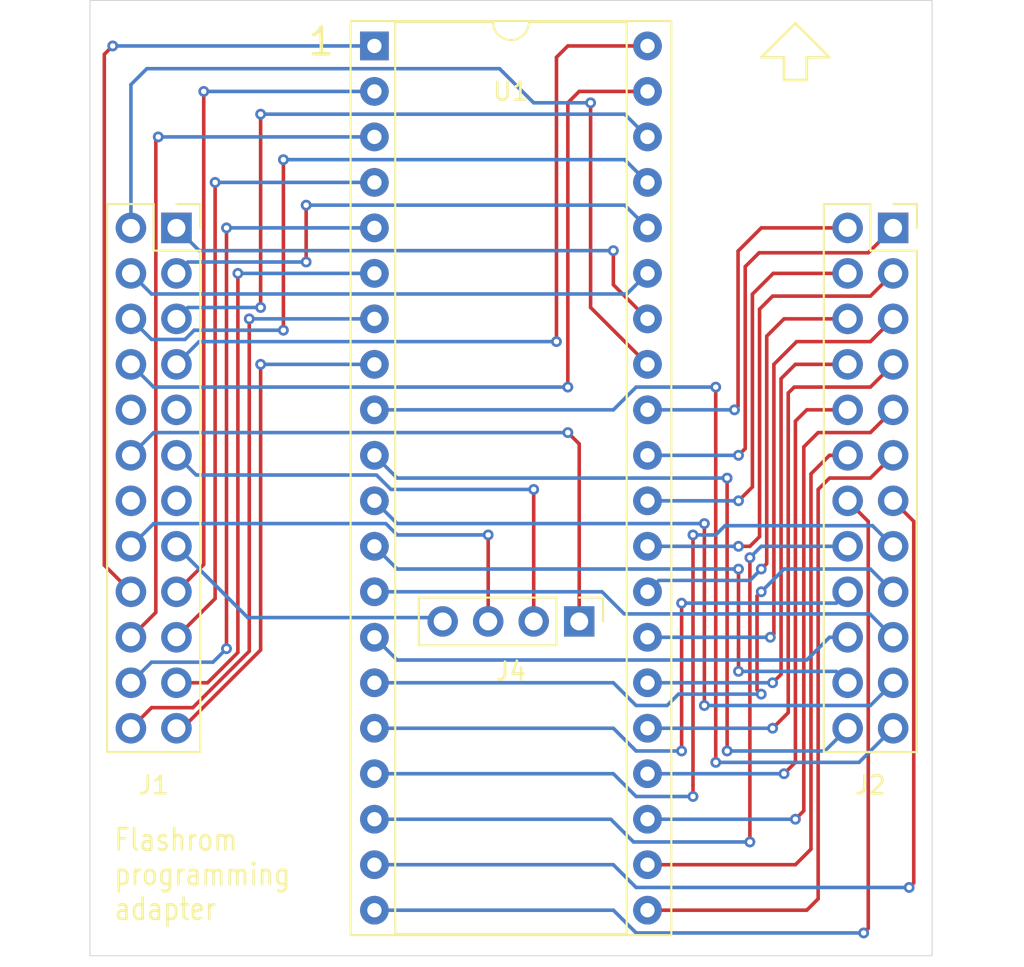
<source format=kicad_pcb>
(kicad_pcb (version 20221018) (generator pcbnew)
  (layers (0 "F.Cu" signal) (31 "B.Cu" signal) (34 "B.Paste" user) (35 "F.Paste" user) (36 "B.SilkS" user "B.Silkscreen") (37 "F.SilkS" user "F.Silkscreen") (38 "B.Mask" user) (39 "F.Mask" user) (44 "Edge.Cuts" user))
  (net 0 "")
  (net 1 "/L1")
  (net 2 "/L2")
  (net 3 "/L3")
  (net 4 "/L4")
  (net 5 "/L5")
  (net 6 "/L6")
  (net 7 "/L7")
  (net 8 "/L8")
  (net 9 "/L9")
  (net 10 "/L10")
  (net 11 "/L11")
  (net 12 "/L12")
  (net 13 "/L13")
  (net 14 "/L14")
  (net 15 "/A18")
  (net 16 "/L16")
  (net 17 "/L17")
  (net 18 "/L18")
  (net 19 "/L19")
  (net 20 "/L20")
  (net 21 "/L21")
  (net 22 "/L22")
  (net 23 "/L23")
  (net 24 "/L24")
  (net 25 "/R1")
  (net 26 "/R2")
  (net 27 "/R3")
  (net 28 "/R4")
  (net 29 "/R5")
  (net 30 "/R6")
  (net 31 "/R7")
  (net 32 "/R8")
  (net 33 "/R9")
  (net 34 "/R10")
  (net 35 "/R11")
  (net 36 "/R12")
  (net 37 "/R13")
  (net 38 "/R14")
  (net 39 "/R15")
  (net 40 "/R16")
  (net 41 "/R17")
  (net 42 "/R18")
  (net 43 "/R19")
  (net 44 "/R20")
  (net 45 "/R21")
  (net 46 "/R22")
  (net 47 "/R23")
  (net 48 "/R24")
  (footprint "Package_DIP:DIP-40_W15.24mm_Socket" (layer "F.Cu") (at 79.375 66.04)
    (fp_text reference "U1" (at 7.62 2.54 unlocked) (layer "F.SilkS"))
    (fp_text value "Kickstart_Socket_A4000")
    (fp_line (start -1.33 -1.39) (end -1.33 49.65) (stroke (width 0.12)) (layer "F.SilkS"))
    (fp_line (start -1.33 49.65) (end 16.57 49.65) (stroke (width 0.12)) (layer "F.SilkS"))
    (fp_line (start 1.16 -1.33) (end 1.16 49.59) (stroke (width 0.12)) (layer "F.SilkS"))
    (fp_line (start 1.16 49.59) (end 14.08 49.59) (stroke (width 0.12)) (layer "F.SilkS"))
    (fp_line (start 6.62 -1.33) (end 1.16 -1.33) (stroke (width 0.12)) (layer "F.SilkS"))
    (fp_line (start 14.08 -1.33) (end 8.62 -1.33) (stroke (width 0.12)) (layer "F.SilkS"))
    (fp_line (start 14.08 49.59) (end 14.08 -1.33) (stroke (width 0.12)) (layer "F.SilkS"))
    (fp_line (start 16.57 -1.39) (end -1.33 -1.39) (stroke (width 0.12)) (layer "F.SilkS"))
    (fp_line (start 16.57 49.65) (end 16.57 -1.39) (stroke (width 0.12)) (layer "F.SilkS"))
    (fp_arc (start 8.62 -1.33) (mid 7.62 -0.33) (end 6.62 -1.33) (stroke (width 0.12)) (layer "F.SilkS"))
    (pad "1" thru_hole rect (at 0 0) (size 1.6 1.6) (drill 0.8) (layers "*.Cu" "*.Mask") (net 18 "/L18"))
    (pad "2" thru_hole oval (at 0 2.54) (size 1.6 1.6) (drill 0.8) (layers "*.Cu" "*.Mask") (net 17 "/L17"))
    (pad "3" thru_hole oval (at 0 5.08) (size 1.6 1.6) (drill 0.8) (layers "*.Cu" "*.Mask") (net 20 "/L20"))
    (pad "4" thru_hole oval (at 0 7.62) (size 1.6 1.6) (drill 0.8) (layers "*.Cu" "*.Mask") (net 19 "/L19"))
    (pad "5" thru_hole oval (at 0 10.16) (size 1.6 1.6) (drill 0.8) (layers "*.Cu" "*.Mask") (net 22 "/L22"))
    (pad "6" thru_hole oval (at 0 12.7) (size 1.6 1.6) (drill 0.8) (layers "*.Cu" "*.Mask") (net 21 "/L21"))
    (pad "7" thru_hole oval (at 0 15.24) (size 1.6 1.6) (drill 0.8) (layers "*.Cu" "*.Mask") (net 24 "/L24"))
    (pad "8" thru_hole oval (at 0 17.78) (size 1.6 1.6) (drill 0.8) (layers "*.Cu" "*.Mask") (net 23 "/L23"))
    (pad "9" thru_hole oval (at 0 20.32) (size 1.6 1.6) (drill 0.8) (layers "*.Cu" "*.Mask") (net 47 "/R23"))
    (pad "10" thru_hole oval (at 0 22.86) (size 1.6 1.6) (drill 0.8) (layers "*.Cu" "*.Mask") (net 48 "/R24"))
    (pad "11" thru_hole oval (at 0 25.4) (size 1.6 1.6) (drill 0.8) (layers "*.Cu" "*.Mask") (net 45 "/R21"))
    (pad "12" thru_hole oval (at 0 27.94) (size 1.6 1.6) (drill 0.8) (layers "*.Cu" "*.Mask") (net 46 "/R22"))
    (pad "13" thru_hole oval (at 0 30.48) (size 1.6 1.6) (drill 0.8) (layers "*.Cu" "*.Mask") (net 43 "/R19"))
    (pad "14" thru_hole oval (at 0 33.02) (size 1.6 1.6) (drill 0.8) (layers "*.Cu" "*.Mask") (net 44 "/R20"))
    (pad "15" thru_hole oval (at 0 35.56) (size 1.6 1.6) (drill 0.8) (layers "*.Cu" "*.Mask") (net 41 "/R17"))
    (pad "16" thru_hole oval (at 0 38.1) (size 1.6 1.6) (drill 0.8) (layers "*.Cu" "*.Mask") (net 42 "/R18"))
    (pad "17" thru_hole oval (at 0 40.64) (size 1.6 1.6) (drill 0.8) (layers "*.Cu" "*.Mask") (net 39 "/R15"))
    (pad "18" thru_hole oval (at 0 43.18) (size 1.6 1.6) (drill 0.8) (layers "*.Cu" "*.Mask") (net 40 "/R16"))
    (pad "19" thru_hole oval (at 0 45.72) (size 1.6 1.6) (drill 0.8) (layers "*.Cu" "*.Mask") (net 37 "/R13"))
    (pad "20" thru_hole oval (at 0 48.26) (size 1.6 1.6) (drill 0.8) (layers "*.Cu" "*.Mask") (net 38 "/R14"))
    (pad "21" thru_hole oval (at 15.24 48.26) (size 1.6 1.6) (drill 0.8) (layers "*.Cu" "*.Mask") (net 35 "/R11"))
    (pad "22" thru_hole oval (at 15.24 45.72) (size 1.6 1.6) (drill 0.8) (layers "*.Cu" "*.Mask") (net 36 "/R12"))
    (pad "23" thru_hole oval (at 15.24 43.18) (size 1.6 1.6) (drill 0.8) (layers "*.Cu" "*.Mask") (net 33 "/R9"))
    (pad "24" thru_hole oval (at 15.24 40.64) (size 1.6 1.6) (drill 0.8) (layers "*.Cu" "*.Mask") (net 34 "/R10"))
    (pad "25" thru_hole oval (at 15.24 38.1) (size 1.6 1.6) (drill 0.8) (layers "*.Cu" "*.Mask") (net 31 "/R7"))
    (pad "26" thru_hole oval (at 15.24 35.56) (size 1.6 1.6) (drill 0.8) (layers "*.Cu" "*.Mask") (net 32 "/R8"))
    (pad "27" thru_hole oval (at 15.24 33.02) (size 1.6 1.6) (drill 0.8) (layers "*.Cu" "*.Mask") (net 29 "/R5"))
    (pad "28" thru_hole oval (at 15.24 30.48) (size 1.6 1.6) (drill 0.8) (layers "*.Cu" "*.Mask") (net 30 "/R6"))
    (pad "29" thru_hole oval (at 15.24 27.94) (size 1.6 1.6) (drill 0.8) (layers "*.Cu" "*.Mask") (net 27 "/R3"))
    (pad "30" thru_hole oval (at 15.24 25.4) (size 1.6 1.6) (drill 0.8) (layers "*.Cu" "*.Mask") (net 28 "/R4"))
    (pad "31" thru_hole oval (at 15.24 22.86) (size 1.6 1.6) (drill 0.8) (layers "*.Cu" "*.Mask") (net 25 "/R1"))
    (pad "32" thru_hole oval (at 15.24 20.32) (size 1.6 1.6) (drill 0.8) (layers "*.Cu" "*.Mask") (net 26 "/R2"))
    (pad "33" thru_hole oval (at 15.24 17.78) (size 1.6 1.6) (drill 0.8) (layers "*.Cu" "*.Mask") (net 2 "/L2"))
    (pad "34" thru_hole oval (at 15.24 15.24) (size 1.6 1.6) (drill 0.8) (layers "*.Cu" "*.Mask") (net 1 "/L1"))
    (pad "35" thru_hole oval (at 15.24 12.7) (size 1.6 1.6) (drill 0.8) (layers "*.Cu" "*.Mask") (net 4 "/L4"))
    (pad "36" thru_hole oval (at 15.24 10.16) (size 1.6 1.6) (drill 0.8) (layers "*.Cu" "*.Mask") (net 3 "/L3"))
    (pad "37" thru_hole oval (at 15.24 7.62) (size 1.6 1.6) (drill 0.8) (layers "*.Cu" "*.Mask") (net 6 "/L6"))
    (pad "38" thru_hole oval (at 15.24 5.08) (size 1.6 1.6) (drill 0.8) (layers "*.Cu" "*.Mask") (net 5 "/L5"))
    (pad "39" thru_hole oval (at 15.24 2.54) (size 1.6 1.6) (drill 0.8) (layers "*.Cu" "*.Mask") (net 8 "/L8"))
    (pad "40" thru_hole oval (at 15.24 0) (size 1.6 1.6) (drill 0.8) (layers "*.Cu" "*.Mask") (net 7 "/L7"))
  )
  (footprint "Connector_PinSocket_2.54mm:PinSocket_2x12_P2.54mm_Vertical" (layer "F.Cu") (at 108.326 76.2)
    (fp_text reference "J2" (at -1.27 31.115 unlocked) (layer "F.SilkS"))
    (fp_text value "Conn_02x12_Odd_Even")
    (fp_line (start -3.87 -1.33) (end -3.87 29.27) (stroke (width 0.12)) (layer "F.SilkS"))
    (fp_line (start -3.87 -1.33) (end -1.27 -1.33) (stroke (width 0.12)) (layer "F.SilkS"))
    (fp_line (start -3.87 29.27) (end 1.33 29.27) (stroke (width 0.12)) (layer "F.SilkS"))
    (fp_line (start -1.27 -1.33) (end -1.27 1.27) (stroke (width 0.12)) (layer "F.SilkS"))
    (fp_line (start -1.27 1.27) (end 1.33 1.27) (stroke (width 0.12)) (layer "F.SilkS"))
    (fp_line (start 0 -1.33) (end 1.33 -1.33) (stroke (width 0.12)) (layer "F.SilkS"))
    (fp_line (start 1.33 -1.33) (end 1.33 0) (stroke (width 0.12)) (layer "F.SilkS"))
    (fp_line (start 1.33 1.27) (end 1.33 29.27) (stroke (width 0.12)) (layer "F.SilkS"))
    (pad "1" thru_hole rect (at 0 0) (size 1.7 1.7) (drill 1) (layers "*.Cu" "*.Mask") (net 25 "/R1"))
    (pad "2" thru_hole oval (at -2.54 0) (size 1.7 1.7) (drill 1) (layers "*.Cu" "*.Mask") (net 26 "/R2"))
    (pad "3" thru_hole oval (at 0 2.54) (size 1.7 1.7) (drill 1) (layers "*.Cu" "*.Mask") (net 27 "/R3"))
    (pad "4" thru_hole oval (at -2.54 2.54) (size 1.7 1.7) (drill 1) (layers "*.Cu" "*.Mask") (net 28 "/R4"))
    (pad "5" thru_hole oval (at 0 5.08) (size 1.7 1.7) (drill 1) (layers "*.Cu" "*.Mask") (net 29 "/R5"))
    (pad "6" thru_hole oval (at -2.54 5.08) (size 1.7 1.7) (drill 1) (layers "*.Cu" "*.Mask") (net 30 "/R6"))
    (pad "7" thru_hole oval (at 0 7.62) (size 1.7 1.7) (drill 1) (layers "*.Cu" "*.Mask") (net 31 "/R7"))
    (pad "8" thru_hole oval (at -2.54 7.62) (size 1.7 1.7) (drill 1) (layers "*.Cu" "*.Mask") (net 32 "/R8"))
    (pad "9" thru_hole oval (at 0 10.16) (size 1.7 1.7) (drill 1) (layers "*.Cu" "*.Mask") (net 33 "/R9"))
    (pad "10" thru_hole oval (at -2.54 10.16) (size 1.7 1.7) (drill 1) (layers "*.Cu" "*.Mask") (net 34 "/R10"))
    (pad "11" thru_hole oval (at 0 12.7) (size 1.7 1.7) (drill 1) (layers "*.Cu" "*.Mask") (net 35 "/R11"))
    (pad "12" thru_hole oval (at -2.54 12.7) (size 1.7 1.7) (drill 1) (layers "*.Cu" "*.Mask") (net 36 "/R12"))
    (pad "13" thru_hole oval (at 0 15.24) (size 1.7 1.7) (drill 1) (layers "*.Cu" "*.Mask") (net 37 "/R13"))
    (pad "14" thru_hole oval (at -2.54 15.24) (size 1.7 1.7) (drill 1) (layers "*.Cu" "*.Mask") (net 38 "/R14"))
    (pad "15" thru_hole oval (at 0 17.78) (size 1.7 1.7) (drill 1) (layers "*.Cu" "*.Mask") (net 39 "/R15"))
    (pad "16" thru_hole oval (at -2.54 17.78) (size 1.7 1.7) (drill 1) (layers "*.Cu" "*.Mask") (net 40 "/R16"))
    (pad "17" thru_hole oval (at 0 20.32) (size 1.7 1.7) (drill 1) (layers "*.Cu" "*.Mask") (net 41 "/R17"))
    (pad "18" thru_hole oval (at -2.54 20.32) (size 1.7 1.7) (drill 1) (layers "*.Cu" "*.Mask") (net 42 "/R18"))
    (pad "19" thru_hole oval (at 0 22.86) (size 1.7 1.7) (drill 1) (layers "*.Cu" "*.Mask") (net 43 "/R19"))
    (pad "20" thru_hole oval (at -2.54 22.86) (size 1.7 1.7) (drill 1) (layers "*.Cu" "*.Mask") (net 44 "/R20"))
    (pad "21" thru_hole oval (at 0 25.4) (size 1.7 1.7) (drill 1) (layers "*.Cu" "*.Mask") (net 45 "/R21"))
    (pad "22" thru_hole oval (at -2.54 25.4) (size 1.7 1.7) (drill 1) (layers "*.Cu" "*.Mask") (net 46 "/R22"))
    (pad "23" thru_hole oval (at 0 27.94) (size 1.7 1.7) (drill 1) (layers "*.Cu" "*.Mask") (net 47 "/R23"))
    (pad "24" thru_hole oval (at -2.54 27.94) (size 1.7 1.7) (drill 1) (layers "*.Cu" "*.Mask") (net 48 "/R24"))
  )
  (footprint "Connector_PinHeader_2.54mm:PinHeader_1x04_P2.54mm_Vertical" (layer "F.Cu") (at 90.805 98.175 -90)
    (fp_text reference "J4" (at 2.79 3.81 unlocked) (layer "F.SilkS"))
    (fp_text value "Conn_01x04_Pin")
    (fp_line (start -1.33 -1.33) (end 0 -1.33) (stroke (width 0.12)) (layer "F.SilkS"))
    (fp_line (start -1.33 0) (end -1.33 -1.33) (stroke (width 0.12)) (layer "F.SilkS"))
    (fp_line (start -1.33 1.27) (end -1.33 8.95) (stroke (width 0.12)) (layer "F.SilkS"))
    (fp_line (start -1.33 1.27) (end 1.33 1.27) (stroke (width 0.12)) (layer "F.SilkS"))
    (fp_line (start -1.33 8.95) (end 1.33 8.95) (stroke (width 0.12)) (layer "F.SilkS"))
    (fp_line (start 1.33 1.27) (end 1.33 8.95) (stroke (width 0.12)) (layer "F.SilkS"))
    (pad "1" thru_hole rect (at 0 0 270) (size 1.7 1.7) (drill 1) (layers "*.Cu" "*.Mask") (net 12 "/L12"))
    (pad "2" thru_hole oval (at 0 2.54 270) (size 1.7 1.7) (drill 1) (layers "*.Cu" "*.Mask") (net 11 "/L11"))
    (pad "3" thru_hole oval (at 0 5.08 270) (size 1.7 1.7) (drill 1) (layers "*.Cu" "*.Mask") (net 16 "/L16"))
    (pad "4" thru_hole oval (at 0 7.62 270) (size 1.7 1.7) (drill 1) (layers "*.Cu" "*.Mask") (net 15 "/A18"))
  )
  (footprint "Connector_PinSocket_2.54mm:PinSocket_2x12_P2.54mm_Vertical" (layer "F.Cu") (at 68.326 76.2)
    (fp_text reference "J1" (at -1.27 31.115 unlocked) (layer "F.SilkS"))
    (fp_text value "Conn_02x12_Odd_Even")
    (fp_line (start -3.87 -1.33) (end -3.87 29.27) (stroke (width 0.12)) (layer "F.SilkS"))
    (fp_line (start -3.87 -1.33) (end -1.27 -1.33) (stroke (width 0.12)) (layer "F.SilkS"))
    (fp_line (start -3.87 29.27) (end 1.33 29.27) (stroke (width 0.12)) (layer "F.SilkS"))
    (fp_line (start -1.27 -1.33) (end -1.27 1.27) (stroke (width 0.12)) (layer "F.SilkS"))
    (fp_line (start -1.27 1.27) (end 1.33 1.27) (stroke (width 0.12)) (layer "F.SilkS"))
    (fp_line (start 0 -1.33) (end 1.33 -1.33) (stroke (width 0.12)) (layer "F.SilkS"))
    (fp_line (start 1.33 -1.33) (end 1.33 0) (stroke (width 0.12)) (layer "F.SilkS"))
    (fp_line (start 1.33 1.27) (end 1.33 29.27) (stroke (width 0.12)) (layer "F.SilkS"))
    (pad "1" thru_hole rect (at 0 0) (size 1.7 1.7) (drill 1) (layers "*.Cu" "*.Mask") (net 1 "/L1"))
    (pad "2" thru_hole oval (at -2.54 0) (size 1.7 1.7) (drill 1) (layers "*.Cu" "*.Mask") (net 2 "/L2"))
    (pad "3" thru_hole oval (at 0 2.54) (size 1.7 1.7) (drill 1) (layers "*.Cu" "*.Mask") (net 3 "/L3"))
    (pad "4" thru_hole oval (at -2.54 2.54) (size 1.7 1.7) (drill 1) (layers "*.Cu" "*.Mask") (net 4 "/L4"))
    (pad "5" thru_hole oval (at 0 5.08) (size 1.7 1.7) (drill 1) (layers "*.Cu" "*.Mask") (net 5 "/L5"))
    (pad "6" thru_hole oval (at -2.54 5.08) (size 1.7 1.7) (drill 1) (layers "*.Cu" "*.Mask") (net 6 "/L6"))
    (pad "7" thru_hole oval (at 0 7.62) (size 1.7 1.7) (drill 1) (layers "*.Cu" "*.Mask") (net 7 "/L7"))
    (pad "8" thru_hole oval (at -2.54 7.62) (size 1.7 1.7) (drill 1) (layers "*.Cu" "*.Mask") (net 8 "/L8"))
    (pad "9" thru_hole oval (at 0 10.16) (size 1.7 1.7) (drill 1) (layers "*.Cu" "*.Mask") (net 9 "/L9"))
    (pad "10" thru_hole oval (at -2.54 10.16) (size 1.7 1.7) (drill 1) (layers "*.Cu" "*.Mask") (net 10 "/L10"))
    (pad "11" thru_hole oval (at 0 12.7) (size 1.7 1.7) (drill 1) (layers "*.Cu" "*.Mask") (net 11 "/L11"))
    (pad "12" thru_hole oval (at -2.54 12.7) (size 1.7 1.7) (drill 1) (layers "*.Cu" "*.Mask") (net 12 "/L12"))
    (pad "13" thru_hole oval (at 0 15.24) (size 1.7 1.7) (drill 1) (layers "*.Cu" "*.Mask") (net 13 "/L13"))
    (pad "14" thru_hole oval (at -2.54 15.24) (size 1.7 1.7) (drill 1) (layers "*.Cu" "*.Mask") (net 14 "/L14"))
    (pad "15" thru_hole oval (at 0 17.78) (size 1.7 1.7) (drill 1) (layers "*.Cu" "*.Mask") (net 15 "/A18"))
    (pad "16" thru_hole oval (at -2.54 17.78) (size 1.7 1.7) (drill 1) (layers "*.Cu" "*.Mask") (net 16 "/L16"))
    (pad "17" thru_hole oval (at 0 20.32) (size 1.7 1.7) (drill 1) (layers "*.Cu" "*.Mask") (net 17 "/L17"))
    (pad "18" thru_hole oval (at -2.54 20.32) (size 1.7 1.7) (drill 1) (layers "*.Cu" "*.Mask") (net 18 "/L18"))
    (pad "19" thru_hole oval (at 0 22.86) (size 1.7 1.7) (drill 1) (layers "*.Cu" "*.Mask") (net 19 "/L19"))
    (pad "20" thru_hole oval (at -2.54 22.86) (size 1.7 1.7) (drill 1) (layers "*.Cu" "*.Mask") (net 20 "/L20"))
    (pad "21" thru_hole oval (at 0 25.4) (size 1.7 1.7) (drill 1) (layers "*.Cu" "*.Mask") (net 21 "/L21"))
    (pad "22" thru_hole oval (at -2.54 25.4) (size 1.7 1.7) (drill 1) (layers "*.Cu" "*.Mask") (net 22 "/L22"))
    (pad "23" thru_hole oval (at 0 27.94) (size 1.7 1.7) (drill 1) (layers "*.Cu" "*.Mask") (net 23 "/L23"))
    (pad "24" thru_hole oval (at -2.54 27.94) (size 1.7 1.7) (drill 1) (layers "*.Cu" "*.Mask") (net 24 "/L24"))
  )
  (gr_line (start 103.505 67.945) (end 103.505 66.675) (stroke (width 0.15)) (layer "F.SilkS"))
  (gr_line (start 102.235 66.675) (end 102.235 67.945) (stroke (width 0.15)) (layer "F.SilkS"))
  (gr_line (start 103.505 66.675) (end 104.775 66.675) (stroke (width 0.15)) (layer "F.SilkS"))
  (gr_line (start 104.775 66.675) (end 102.87 64.77) (stroke (width 0.15)) (layer "F.SilkS"))
  (gr_line (start 100.965 66.675) (end 102.235 66.675) (stroke (width 0.15)) (layer "F.SilkS"))
  (gr_line (start 102.87 64.77) (end 100.965 66.675) (stroke (width 0.15)) (layer "F.SilkS"))
  (gr_line (start 102.235 67.945) (end 103.505 67.945) (stroke (width 0.15)) (layer "F.SilkS"))
  (gr_line (start 110.5 116.84) (end 63.5 116.84) (stroke (width 0.05)) (layer "Edge.Cuts"))
  (gr_line (start 63.5 116.84) (end 63.5 63.5) (stroke (width 0.05)) (layer "Edge.Cuts"))
  (gr_line (start 110.5 63.5) (end 110.5 116.84) (stroke (width 0.05)) (layer "Edge.Cuts"))
  (gr_line (start 63.5 63.5) (end 110.5 63.5) (stroke (width 0.05)) (layer "Edge.Cuts"))
  (gr_text "Flashrom\nprogramming\nadapter" (at 64.77 114.935) (layer "F.SilkS") (effects (font (size 1.2 1)) (justify left bottom)))
  (gr_text "1" (at 75.565 66.675) (layer "F.SilkS") (effects (font (size 1.5 1.5) (thickness 0.2)) (justify left bottom)))
  (segment (start 92.71 77.47) (end 92.71 79.375) (width 0.2) (layer "F.Cu") (net 1))
  (segment (start 92.71 79.375) (end 94.615 81.28) (width 0.2) (layer "F.Cu") (net 1))
  (via (at 92.71 77.47) (size 0.6) (drill 0.3) (layers "F.Cu" "B.Cu") (net 1))
  (segment (start 69.596 77.47) (end 92.71 77.47) (width 0.2) (layer "B.Cu") (net 1))
  (segment (start 68.326 76.2) (end 69.596 77.47) (width 0.2) (layer "B.Cu") (net 1))
  (segment (start 91.44 80.645) (end 94.615 83.82) (width 0.2) (layer "F.Cu") (net 2))
  (segment (start 91.44 69.215) (end 91.44 80.645) (width 0.2) (layer "F.Cu") (net 2))
  (via (at 91.44 69.215) (size 0.6) (drill 0.3) (layers "F.Cu" "B.Cu") (net 2))
  (segment (start 65.786 68.199) (end 65.786 76.2) (width 0.2) (layer "B.Cu") (net 2))
  (segment (start 91.44 69.215) (end 88.265 69.215) (width 0.2) (layer "B.Cu") (net 2))
  (segment (start 66.675 67.31) (end 65.786 68.199) (width 0.2) (layer "B.Cu") (net 2))
  (segment (start 88.265 69.215) (end 86.36 67.31) (width 0.2) (layer "B.Cu") (net 2))
  (segment (start 86.36 67.31) (end 66.675 67.31) (width 0.2) (layer "B.Cu") (net 2))
  (segment (start 75.565 74.93) (end 75.565 78.105) (width 0.2) (layer "F.Cu") (net 3))
  (via (at 75.565 78.105) (size 0.6) (drill 0.3) (layers "F.Cu" "B.Cu") (net 3))
  (via (at 75.565 74.93) (size 0.6) (drill 0.3) (layers "F.Cu" "B.Cu") (net 3))
  (segment (start 75.565 78.105) (end 68.961 78.105) (width 0.2) (layer "B.Cu") (net 3))
  (segment (start 93.345 74.93) (end 75.565 74.93) (width 0.2) (layer "B.Cu") (net 3))
  (segment (start 68.961 78.105) (end 68.326 78.74) (width 0.2) (layer "B.Cu") (net 3))
  (segment (start 94.615 76.2) (end 93.345 74.93) (width 0.2) (layer "B.Cu") (net 3))
  (segment (start 66.936 79.89) (end 65.786 78.74) (width 0.2) (layer "B.Cu") (net 4))
  (segment (start 93.465 79.89) (end 66.936 79.89) (width 0.2) (layer "B.Cu") (net 4))
  (segment (start 94.615 78.74) (end 93.465 79.89) (width 0.2) (layer "B.Cu") (net 4))
  (segment (start 73.025 69.85) (end 73.025 80.645) (width 0.2) (layer "F.Cu") (net 5))
  (via (at 73.025 80.645) (size 0.6) (drill 0.3) (layers "F.Cu" "B.Cu") (net 5))
  (via (at 73.025 69.85) (size 0.6) (drill 0.3) (layers "F.Cu" "B.Cu") (net 5))
  (segment (start 93.345 69.85) (end 73.025 69.85) (width 0.2) (layer "B.Cu") (net 5))
  (segment (start 73.025 80.645) (end 68.961 80.645) (width 0.2) (layer "B.Cu") (net 5))
  (segment (start 94.615 71.12) (end 93.345 69.85) (width 0.2) (layer "B.Cu") (net 5))
  (segment (start 68.961 80.645) (end 68.326 81.28) (width 0.2) (layer "B.Cu") (net 5))
  (segment (start 74.295 72.39) (end 74.295 81.915) (width 0.2) (layer "F.Cu") (net 6))
  (via (at 74.295 72.39) (size 0.6) (drill 0.3) (layers "F.Cu" "B.Cu") (net 6))
  (via (at 74.295 81.915) (size 0.6) (drill 0.3) (layers "F.Cu" "B.Cu") (net 6))
  (segment (start 94.615 73.66) (end 93.345 72.39) (width 0.2) (layer "B.Cu") (net 6))
  (segment (start 66.936 82.43) (end 65.786 81.28) (width 0.2) (layer "B.Cu") (net 6))
  (segment (start 69.317346 81.915) (end 68.802346 82.43) (width 0.2) (layer "B.Cu") (net 6))
  (segment (start 74.295 81.915) (end 69.317346 81.915) (width 0.2) (layer "B.Cu") (net 6))
  (segment (start 68.802346 82.43) (end 66.936 82.43) (width 0.2) (layer "B.Cu") (net 6))
  (segment (start 93.345 72.39) (end 74.295 72.39) (width 0.2) (layer "B.Cu") (net 6))
  (segment (start 89.535 66.675) (end 90.17 66.04) (width 0.2) (layer "F.Cu") (net 7))
  (segment (start 90.17 66.04) (end 94.615 66.04) (width 0.2) (layer "F.Cu") (net 7))
  (segment (start 89.535 82.55) (end 89.535 66.675) (width 0.2) (layer "F.Cu") (net 7))
  (via (at 89.535 82.55) (size 0.6) (drill 0.3) (layers "F.Cu" "B.Cu") (net 7))
  (segment (start 69.596 82.55) (end 89.535 82.55) (width 0.2) (layer "B.Cu") (net 7))
  (segment (start 68.326 83.82) (end 69.596 82.55) (width 0.2) (layer "B.Cu") (net 7))
  (segment (start 90.805 68.58) (end 94.615 68.58) (width 0.2) (layer "F.Cu") (net 8))
  (segment (start 90.17 85.09) (end 90.17 69.215) (width 0.2) (layer "F.Cu") (net 8))
  (segment (start 90.17 69.215) (end 90.805 68.58) (width 0.2) (layer "F.Cu") (net 8))
  (via (at 90.17 85.09) (size 0.6) (drill 0.3) (layers "F.Cu" "B.Cu") (net 8))
  (segment (start 65.786 83.82) (end 67.056 85.09) (width 0.2) (layer "B.Cu") (net 8))
  (segment (start 67.056 85.09) (end 90.17 85.09) (width 0.2) (layer "B.Cu") (net 8))
  (segment (start 88.265 98.175) (end 88.265 90.805) (width 0.2) (layer "F.Cu") (net 11))
  (via (at 88.265 90.805) (size 0.6) (drill 0.3) (layers "F.Cu" "B.Cu") (net 11))
  (segment (start 79.490635 90) (end 69.426 90) (width 0.2) (layer "B.Cu") (net 11))
  (segment (start 88.265 90.805) (end 80.295635 90.805) (width 0.2) (layer "B.Cu") (net 11))
  (segment (start 80.295635 90.805) (end 79.490635 90) (width 0.2) (layer "B.Cu") (net 11))
  (segment (start 69.426 90) (end 68.326 88.9) (width 0.2) (layer "B.Cu") (net 11))
  (segment (start 90.805 98.175) (end 90.805 88.265) (width 0.2) (layer "F.Cu") (net 12))
  (segment (start 90.805 88.265) (end 90.17 87.63) (width 0.2) (layer "F.Cu") (net 12))
  (via (at 90.17 87.63) (size 0.6) (drill 0.3) (layers "F.Cu" "B.Cu") (net 12))
  (segment (start 67.056 87.63) (end 65.786 88.9) (width 0.2) (layer "B.Cu") (net 12))
  (segment (start 90.17 87.63) (end 67.056 87.63) (width 0.2) (layer "B.Cu") (net 12))
  (segment (start 72.306 97.96) (end 68.326 93.98) (width 0.2) (layer "B.Cu") (net 15))
  (segment (start 82.97 97.96) (end 72.306 97.96) (width 0.2) (layer "B.Cu") (net 15))
  (segment (start 83.185 98.175) (end 82.97 97.96) (width 0.2) (layer "B.Cu") (net 15))
  (segment (start 85.725 93.345) (end 85.725 98.175) (width 0.2) (layer "F.Cu") (net 16))
  (via (at 85.725 93.345) (size 0.6) (drill 0.3) (layers "F.Cu" "B.Cu") (net 16))
  (segment (start 67.056 92.71) (end 80.01 92.71) (width 0.2) (layer "B.Cu") (net 16))
  (segment (start 80.01 92.71) (end 80.645 93.345) (width 0.2) (layer "B.Cu") (net 16))
  (segment (start 65.786 93.98) (end 67.056 92.71) (width 0.2) (layer "B.Cu") (net 16))
  (segment (start 80.645 93.345) (end 85.725 93.345) (width 0.2) (layer "B.Cu") (net 16))
  (segment (start 69.85 94.996) (end 68.326 96.52) (width 0.2) (layer "F.Cu") (net 17))
  (segment (start 69.85 68.58) (end 69.85 94.996) (width 0.2) (layer "F.Cu") (net 17))
  (via (at 69.85 68.58) (size 0.6) (drill 0.3) (layers "F.Cu" "B.Cu") (net 17))
  (segment (start 79.375 68.58) (end 69.85 68.58) (width 0.2) (layer "B.Cu") (net 17))
  (segment (start 64.2995 66.5105) (end 64.2995 95.0335) (width 0.2) (layer "F.Cu") (net 18))
  (segment (start 64.2995 95.0335) (end 65.786 96.52) (width 0.2) (layer "F.Cu") (net 18))
  (segment (start 64.77 66.04) (end 64.2995 66.5105) (width 0.2) (layer "F.Cu") (net 18))
  (via (at 64.77 66.04) (size 0.6) (drill 0.3) (layers "F.Cu" "B.Cu") (net 18))
  (segment (start 79.375 66.04) (end 64.77 66.04) (width 0.2) (layer "B.Cu") (net 18))
  (segment (start 70.485 73.66) (end 70.485 96.901) (width 0.2) (layer "F.Cu") (net 19))
  (segment (start 70.485 96.901) (end 68.326 99.06) (width 0.2) (layer "F.Cu") (net 19))
  (via (at 70.485 73.66) (size 0.6) (drill 0.3) (layers "F.Cu" "B.Cu") (net 19))
  (segment (start 79.375 73.66) (end 70.485 73.66) (width 0.2) (layer "B.Cu") (net 19))
  (segment (start 67.31 71.12) (end 67.176 71.254) (width 0.2) (layer "F.Cu") (net 20))
  (segment (start 67.176 71.254) (end 67.176 97.67) (width 0.2) (layer "F.Cu") (net 20))
  (segment (start 67.176 97.67) (end 65.786 99.06) (width 0.2) (layer "F.Cu") (net 20))
  (via (at 67.31 71.12) (size 0.6) (drill 0.3) (layers "F.Cu" "B.Cu") (net 20))
  (segment (start 79.375 71.12) (end 67.31 71.12) (width 0.2) (layer "B.Cu") (net 20))
  (segment (start 70.063529 101.6) (end 68.326 101.6) (width 0.2) (layer "F.Cu") (net 21))
  (segment (start 71.755 99.908529) (end 70.063529 101.6) (width 0.2) (layer "F.Cu") (net 21))
  (segment (start 71.755 78.74) (end 71.755 99.908529) (width 0.2) (layer "F.Cu") (net 21))
  (via (at 71.755 78.74) (size 0.6) (drill 0.3) (layers "F.Cu" "B.Cu") (net 21))
  (segment (start 79.375 78.74) (end 71.755 78.74) (width 0.2) (layer "B.Cu") (net 21))
  (segment (start 71.12 76.2) (end 71.12 99.695) (width 0.2) (layer "F.Cu") (net 22))
  (via (at 71.12 76.2) (size 0.6) (drill 0.3) (layers "F.Cu" "B.Cu") (net 22))
  (via (at 71.12 99.695) (size 0.6) (drill 0.3) (layers "F.Cu" "B.Cu") (net 22))
  (segment (start 79.375 76.2) (end 71.12 76.2) (width 0.2) (layer "B.Cu") (net 22))
  (segment (start 66.936 100.45) (end 65.786 101.6) (width 0.2) (layer "B.Cu") (net 22))
  (segment (start 70.365 100.45) (end 66.936 100.45) (width 0.2) (layer "B.Cu") (net 22))
  (segment (start 71.12 99.695) (end 70.365 100.45) (width 0.2) (layer "B.Cu") (net 22))
  (segment (start 68.6549 104.14) (end 68.326 104.14) (width 0.2) (layer "F.Cu") (net 23))
  (segment (start 73.025 83.82) (end 73.025 99.7699) (width 0.2) (layer "F.Cu") (net 23))
  (segment (start 73.025 99.7699) (end 68.6549 104.14) (width 0.2) (layer "F.Cu") (net 23))
  (via (at 73.025 83.82) (size 0.6) (drill 0.3) (layers "F.Cu" "B.Cu") (net 23))
  (segment (start 79.375 83.82) (end 73.025 83.82) (width 0.2) (layer "B.Cu") (net 23))
  (segment (start 66.936 102.99) (end 65.786 104.14) (width 0.2) (layer "F.Cu") (net 24))
  (segment (start 72.39 81.28) (end 72.39 99.839214) (width 0.2) (layer "F.Cu") (net 24))
  (segment (start 72.39 99.839214) (end 69.239214 102.99) (width 0.2) (layer "F.Cu") (net 24))
  (segment (start 69.239214 102.99) (end 66.936 102.99) (width 0.2) (layer "F.Cu") (net 24))
  (via (at 72.39 81.28) (size 0.6) (drill 0.3) (layers "F.Cu" "B.Cu") (net 24))
  (segment (start 79.375 81.28) (end 72.39 81.28) (width 0.2) (layer "B.Cu") (net 24))
  (segment (start 100.07 78.365) (end 100.07 88.525) (width 0.2) (layer "F.Cu") (net 25))
  (segment (start 100.07 88.525) (end 99.695 88.9) (width 0.2) (layer "F.Cu") (net 25))
  (segment (start 108.326 76.2) (end 106.936 77.59) (width 0.2) (layer "F.Cu") (net 25))
  (segment (start 100.845 77.59) (end 100.07 78.365) (width 0.2) (layer "F.Cu") (net 25))
  (segment (start 106.936 77.59) (end 100.845 77.59) (width 0.2) (layer "F.Cu") (net 25))
  (via (at 99.695 88.9) (size 0.6) (drill 0.3) (layers "F.Cu" "B.Cu") (net 25))
  (segment (start 94.615 88.9) (end 99.695 88.9) (width 0.2) (layer "B.Cu") (net 25))
  (segment (start 99.4705 86.36) (end 99.67 86.1605) (width 0.2) (layer "F.Cu") (net 26))
  (segment (start 100.965 76.2) (end 105.786 76.2) (width 0.2) (layer "F.Cu") (net 26))
  (segment (start 99.67 86.1605) (end 99.67 77.495) (width 0.2) (layer "F.Cu") (net 26))
  (segment (start 99.67 77.495) (end 100.965 76.2) (width 0.2) (layer "F.Cu") (net 26))
  (via (at 99.4705 86.36) (size 0.6) (drill 0.3) (layers "F.Cu" "B.Cu") (net 26))
  (segment (start 94.615 86.36) (end 99.4705 86.36) (width 0.2) (layer "B.Cu") (net 26))
  (segment (start 107.056 80.01) (end 101.6 80.01) (width 0.2) (layer "F.Cu") (net 27))
  (segment (start 108.326 78.74) (end 107.056 80.01) (width 0.2) (layer "F.Cu") (net 27))
  (segment (start 100.87 93.44) (end 100.33 93.98) (width 0.2) (layer "F.Cu") (net 27))
  (segment (start 101.6 80.01) (end 100.87 80.74) (width 0.2) (layer "F.Cu") (net 27))
  (segment (start 100.33 93.98) (end 99.695 93.98) (width 0.2) (layer "F.Cu") (net 27))
  (segment (start 100.87 80.74) (end 100.87 93.44) (width 0.2) (layer "F.Cu") (net 27))
  (via (at 99.695 93.98) (size 0.6) (drill 0.3) (layers "F.Cu" "B.Cu") (net 27))
  (segment (start 99.695 93.98) (end 94.615 93.98) (width 0.2) (layer "B.Cu") (net 27))
  (segment (start 105.786 78.74) (end 101.634657 78.74) (width 0.2) (layer "F.Cu") (net 28))
  (segment (start 100.47 90.665) (end 99.695 91.44) (width 0.2) (layer "F.Cu") (net 28))
  (segment (start 101.634657 78.74) (end 100.47 79.904657) (width 0.2) (layer "F.Cu") (net 28))
  (segment (start 100.47 79.904657) (end 100.47 90.665) (width 0.2) (layer "F.Cu") (net 28))
  (via (at 99.695 91.44) (size 0.6) (drill 0.3) (layers "F.Cu" "B.Cu") (net 28))
  (segment (start 94.615 91.44) (end 99.695 91.44) (width 0.2) (layer "B.Cu") (net 28))
  (segment (start 101.4705 99.06) (end 101.67 98.8605) (width 0.2) (layer "F.Cu") (net 29))
  (segment (start 102.939314 82.55) (end 107.056 82.55) (width 0.2) (layer "F.Cu") (net 29))
  (segment (start 101.67 83.819314) (end 102.939314 82.55) (width 0.2) (layer "F.Cu") (net 29))
  (segment (start 101.67 98.8605) (end 101.67 83.819314) (width 0.2) (layer "F.Cu") (net 29))
  (segment (start 107.056 82.55) (end 108.326 81.28) (width 0.2) (layer "F.Cu") (net 29))
  (via (at 101.4705 99.06) (size 0.6) (drill 0.3) (layers "F.Cu" "B.Cu") (net 29))
  (segment (start 94.615 99.06) (end 101.4705 99.06) (width 0.2) (layer "B.Cu") (net 29))
  (segment (start 100.965 95.25) (end 101.27 94.945) (width 0.2) (layer "F.Cu") (net 30))
  (segment (start 102.235 81.28) (end 105.786 81.28) (width 0.2) (layer "F.Cu") (net 30))
  (segment (start 101.27 94.945) (end 101.27 82.245) (width 0.2) (layer "F.Cu") (net 30))
  (segment (start 101.27 82.245) (end 102.235 81.28) (width 0.2) (layer "F.Cu") (net 30))
  (via (at 100.965 95.25) (size 0.6) (drill 0.3) (layers "F.Cu" "B.Cu") (net 30))
  (segment (start 94.615 96.52) (end 95.25 95.885) (width 0.2) (layer "B.Cu") (net 30))
  (segment (start 100.33 95.885) (end 100.965 95.25) (width 0.2) (layer "B.Cu") (net 30))
  (segment (start 95.25 95.885) (end 100.33 95.885) (width 0.2) (layer "B.Cu") (net 30))
  (segment (start 102.47 85.420686) (end 102.47 103.27) (width 0.2) (layer "F.Cu") (net 31))
  (segment (start 102.47 103.27) (end 101.6 104.14) (width 0.2) (layer "F.Cu") (net 31))
  (segment (start 107.056 85.09) (end 102.800686 85.09) (width 0.2) (layer "F.Cu") (net 31))
  (segment (start 108.326 83.82) (end 107.056 85.09) (width 0.2) (layer "F.Cu") (net 31))
  (segment (start 102.800686 85.09) (end 102.47 85.420686) (width 0.2) (layer "F.Cu") (net 31))
  (via (at 101.6 104.14) (size 0.6) (drill 0.3) (layers "F.Cu" "B.Cu") (net 31))
  (segment (start 94.615 104.14) (end 101.6 104.14) (width 0.2) (layer "B.Cu") (net 31))
  (segment (start 102.87 83.82) (end 102.07 84.62) (width 0.2) (layer "F.Cu") (net 32))
  (segment (start 102.07 84.62) (end 102.07 101.13) (width 0.2) (layer "F.Cu") (net 32))
  (segment (start 105.786 83.82) (end 102.87 83.82) (width 0.2) (layer "F.Cu") (net 32))
  (segment (start 102.07 101.13) (end 101.6 101.6) (width 0.2) (layer "F.Cu") (net 32))
  (via (at 101.6 101.6) (size 0.6) (drill 0.3) (layers "F.Cu" "B.Cu") (net 32))
  (segment (start 94.615 101.6) (end 101.6 101.6) (width 0.2) (layer "B.Cu") (net 32))
  (segment (start 107.056 87.63) (end 104.14 87.63) (width 0.2) (layer "F.Cu") (net 33))
  (segment (start 108.326 86.36) (end 107.056 87.63) (width 0.2) (layer "F.Cu") (net 33))
  (segment (start 104.14 87.63) (end 103.34 88.43) (width 0.2) (layer "F.Cu") (net 33))
  (segment (start 103.34 88.43) (end 103.34 108.75) (width 0.2) (layer "F.Cu") (net 33))
  (segment (start 103.34 108.75) (end 102.87 109.22) (width 0.2) (layer "F.Cu") (net 33))
  (via (at 102.87 109.22) (size 0.6) (drill 0.3) (layers "F.Cu" "B.Cu") (net 33))
  (segment (start 94.615 109.22) (end 102.87 109.22) (width 0.2) (layer "B.Cu") (net 33))
  (segment (start 102.87 86.995) (end 102.87 106.045) (width 0.2) (layer "F.Cu") (net 34))
  (segment (start 102.87 106.045) (end 102.235 106.68) (width 0.2) (layer "F.Cu") (net 34))
  (segment (start 105.786 86.36) (end 103.505 86.36) (width 0.2) (layer "F.Cu") (net 34))
  (segment (start 103.505 86.36) (end 102.87 86.995) (width 0.2) (layer "F.Cu") (net 34))
  (via (at 102.235 106.68) (size 0.6) (drill 0.3) (layers "F.Cu" "B.Cu") (net 34))
  (segment (start 94.615 106.68) (end 102.235 106.68) (width 0.2) (layer "B.Cu") (net 34))
  (segment (start 104.14 90.805) (end 104.14 113.665) (width 0.2) (layer "F.Cu") (net 35))
  (segment (start 104.775 90.17) (end 104.14 90.805) (width 0.2) (layer "F.Cu") (net 35))
  (segment (start 108.326 88.9) (end 107.056 90.17) (width 0.2) (layer "F.Cu") (net 35))
  (segment (start 104.14 113.665) (end 103.505 114.3) (width 0.2) (layer "F.Cu") (net 35))
  (segment (start 107.056 90.17) (end 104.775 90.17) (width 0.2) (layer "F.Cu") (net 35))
  (segment (start 103.505 114.3) (end 94.615 114.3) (width 0.2) (layer "F.Cu") (net 35))
  (segment (start 102.87 111.76) (end 94.615 111.76) (width 0.2) (layer "F.Cu") (net 36))
  (segment (start 103.74 89.935) (end 103.74 110.89) (width 0.2) (layer "F.Cu") (net 36))
  (segment (start 105.786 88.9) (end 104.775 88.9) (width 0.2) (layer "F.Cu") (net 36))
  (segment (start 104.775 88.9) (end 103.74 89.935) (width 0.2) (layer "F.Cu") (net 36))
  (segment (start 103.74 110.89) (end 102.87 111.76) (width 0.2) (layer "F.Cu") (net 36))
  (segment (start 109.476 92.59) (end 108.326 91.44) (width 0.2) (layer "F.Cu") (net 37))
  (segment (start 109.22 113.03) (end 109.476 112.774) (width 0.2) (layer "F.Cu") (net 37))
  (segment (start 109.476 112.774) (end 109.476 92.59) (width 0.2) (layer "F.Cu") (net 37))
  (via (at 109.22 113.03) (size 0.6) (drill 0.3) (layers "F.Cu" "B.Cu") (net 37))
  (segment (start 109.22 113.03) (end 93.98 113.03) (width 0.2) (layer "B.Cu") (net 37))
  (segment (start 92.71 111.76) (end 79.375 111.76) (width 0.2) (layer "B.Cu") (net 37))
  (segment (start 93.98 113.03) (end 92.71 111.76) (width 0.2) (layer "B.Cu") (net 37))
  (segment (start 106.68 115.57) (end 106.936 115.314) (width 0.2) (layer "F.Cu") (net 38))
  (segment (start 106.936 92.59) (end 105.786 91.44) (width 0.2) (layer "F.Cu") (net 38))
  (segment (start 106.936 115.314) (end 106.936 92.59) (width 0.2) (layer "F.Cu") (net 38))
  (via (at 106.68 115.57) (size 0.6) (drill 0.3) (layers "F.Cu" "B.Cu") (net 38))
  (segment (start 93.98 115.57) (end 92.71 114.3) (width 0.2) (layer "B.Cu") (net 38))
  (segment (start 106.68 115.57) (end 93.98 115.57) (width 0.2) (layer "B.Cu") (net 38))
  (segment (start 92.71 114.3) (end 79.375 114.3) (width 0.2) (layer "B.Cu") (net 38))
  (segment (start 97.155 107.315) (end 97.155 107.95) (width 0.2) (layer "F.Cu") (net 39))
  (segment (start 97.155 93.345) (end 97.155 107.315) (width 0.2) (layer "F.Cu") (net 39))
  (via (at 97.155 107.95) (size 0.6) (drill 0.3) (layers "F.Cu" "B.Cu") (net 39))
  (via (at 97.155 93.345) (size 0.6) (drill 0.3) (layers "F.Cu" "B.Cu") (net 39))
  (segment (start 107.176 92.83) (end 98.94 92.83) (width 0.2) (layer "B.Cu") (net 39))
  (segment (start 98.425 93.345) (end 97.155 93.345) (width 0.2) (layer "B.Cu") (net 39))
  (segment (start 108.326 93.98) (end 107.176 92.83) (width 0.2) (layer "B.Cu") (net 39))
  (segment (start 93.98 107.95) (end 92.71 106.68) (width 0.2) (layer "B.Cu") (net 39))
  (segment (start 98.94 92.83) (end 98.425 93.345) (width 0.2) (layer "B.Cu") (net 39))
  (segment (start 97.155 107.95) (end 93.98 107.95) (width 0.2) (layer "B.Cu") (net 39))
  (segment (start 92.71 106.68) (end 79.375 106.68) (width 0.2) (layer "B.Cu") (net 39))
  (segment (start 100.33 109.855) (end 100.33 110.49) (width 0.2) (layer "F.Cu") (net 40))
  (segment (start 100.33 94.615) (end 100.33 109.855) (width 0.2) (layer "F.Cu") (net 40))
  (via (at 100.33 110.49) (size 0.6) (drill 0.3) (layers "F.Cu" "B.Cu") (net 40))
  (via (at 100.33 94.615) (size 0.6) (drill 0.3) (layers "F.Cu" "B.Cu") (net 40))
  (segment (start 100.965 93.98) (end 100.33 94.615) (width 0.2) (layer "B.Cu") (net 40))
  (segment (start 93.837182 110.49) (end 92.567182 109.22) (width 0.2) (layer "B.Cu") (net 40))
  (segment (start 100.33 110.49) (end 93.837182 110.49) (width 0.2) (layer "B.Cu") (net 40))
  (segment (start 92.567182 109.22) (end 79.375 109.22) (width 0.2) (layer "B.Cu") (net 40))
  (segment (start 105.786 93.98) (end 100.965 93.98) (width 0.2) (layer "B.Cu") (net 40))
  (segment (start 100.73 102) (end 100.965 102.235) (width 0.2) (layer "F.Cu") (net 41))
  (segment (start 100.965 96.52) (end 100.73 96.755) (width 0.2) (layer "F.Cu") (net 41))
  (segment (start 100.73 96.755) (end 100.73 102) (width 0.2) (layer "F.Cu") (net 41))
  (via (at 100.965 102.235) (size 0.6) (drill 0.3) (layers "F.Cu" "B.Cu") (net 41))
  (via (at 100.965 96.52) (size 0.6) (drill 0.3) (layers "F.Cu" "B.Cu") (net 41))
  (segment (start 93.98 102.87) (end 92.71 101.6) (width 0.2) (layer "B.Cu") (net 41))
  (segment (start 95.710317 102.87) (end 93.98 102.87) (width 0.2) (layer "B.Cu") (net 41))
  (segment (start 96.345317 102.235) (end 95.710317 102.87) (width 0.2) (layer "B.Cu") (net 41))
  (segment (start 108.326 96.52) (end 107.056 95.25) (width 0.2) (layer "B.Cu") (net 41))
  (segment (start 92.71 101.6) (end 79.375 101.6) (width 0.2) (layer "B.Cu") (net 41))
  (segment (start 102.235 95.25) (end 100.965 96.52) (width 0.2) (layer "B.Cu") (net 41))
  (segment (start 107.056 95.25) (end 102.235 95.25) (width 0.2) (layer "B.Cu") (net 41))
  (segment (start 100.965 102.235) (end 96.345317 102.235) (width 0.2) (layer "B.Cu") (net 41))
  (segment (start 96.52 105.41) (end 96.52 97.155) (width 0.2) (layer "F.Cu") (net 42))
  (via (at 96.52 105.41) (size 0.6) (drill 0.3) (layers "F.Cu" "B.Cu") (net 42))
  (via (at 96.52 97.155) (size 0.6) (drill 0.3) (layers "F.Cu" "B.Cu") (net 42))
  (segment (start 105.151 97.155) (end 105.786 96.52) (width 0.2) (layer "B.Cu") (net 42))
  (segment (start 93.98 105.41) (end 96.52 105.41) (width 0.2) (layer "B.Cu") (net 42))
  (segment (start 96.52 97.155) (end 105.151 97.155) (width 0.2) (layer "B.Cu") (net 42))
  (segment (start 92.71 104.14) (end 93.98 105.41) (width 0.2) (layer "B.Cu") (net 42))
  (segment (start 79.375 104.14) (end 92.71 104.14) (width 0.2) (layer "B.Cu") (net 42))
  (segment (start 108.326 99.06) (end 108.585 99.06) (width 0.2) (layer "B.Cu") (net 43))
  (segment (start 107.021 97.755) (end 93.31 97.755) (width 0.2) (layer "B.Cu") (net 43))
  (segment (start 92.075 96.52) (end 79.375 96.52) (width 0.2) (layer "B.Cu") (net 43))
  (segment (start 93.31 97.755) (end 92.075 96.52) (width 0.2) (layer "B.Cu") (net 43))
  (segment (start 108.326 99.06) (end 107.021 97.755) (width 0.2) (layer "B.Cu") (net 43))
  (segment (start 80.645 100.33) (end 79.375 99.06) (width 0.2) (layer "B.Cu") (net 44))
  (segment (start 105.786 99.06) (end 104.775 99.06) (width 0.2) (layer "B.Cu") (net 44))
  (segment (start 103.505 100.33) (end 80.645 100.33) (width 0.2) (layer "B.Cu") (net 44))
  (segment (start 104.775 99.06) (end 103.505 100.33) (width 0.2) (layer "B.Cu") (net 44))
  (segment (start 97.79 92.71) (end 97.79 102.87) (width 0.2) (layer "F.Cu") (net 45))
  (via (at 97.79 102.87) (size 0.6) (drill 0.3) (layers "F.Cu" "B.Cu") (net 45))
  (via (at 97.79 92.71) (size 0.6) (drill 0.3) (layers "F.Cu" "B.Cu") (net 45))
  (segment (start 80.645 92.71) (end 97.79 92.71) (width 0.2) (layer "B.Cu") (net 45))
  (segment (start 79.375 91.44) (end 80.645 92.71) (width 0.2) (layer "B.Cu") (net 45))
  (segment (start 97.79 102.87) (end 107.056 102.87) (width 0.2) (layer "B.Cu") (net 45))
  (segment (start 107.056 102.87) (end 108.326 101.6) (width 0.2) (layer "B.Cu") (net 45))
  (segment (start 99.695 100.965) (end 99.695 99.704365) (width 0.2) (layer "F.Cu") (net 46))
  (segment (start 99.695 99.704365) (end 99.695 95.25) (width 0.2) (layer "F.Cu") (net 46))
  (via (at 99.695 100.965) (size 0.6) (drill 0.3) (layers "F.Cu" "B.Cu") (net 46))
  (via (at 99.695 95.25) (size 0.6) (drill 0.3) (layers "F.Cu" "B.Cu") (net 46))
  (segment (start 105.786 101.6) (end 105.151 100.965) (width 0.2) (layer "B.Cu") (net 46))
  (segment (start 99.695 95.25) (end 80.645 95.25) (width 0.2) (layer "B.Cu") (net 46))
  (segment (start 80.645 95.25) (end 79.375 93.98) (width 0.2) (layer "B.Cu") (net 46))
  (segment (start 105.151 100.965) (end 99.695 100.965) (width 0.2) (layer "B.Cu") (net 46))
  (segment (start 98.425 85.09) (end 98.425 106.045) (width 0.2) (layer "F.Cu") (net 47))
  (via (at 98.425 85.09) (size 0.6) (drill 0.3) (layers "F.Cu" "B.Cu") (net 47))
  (via (at 98.425 106.045) (size 0.6) (drill 0.3) (layers "F.Cu" "B.Cu") (net 47))
  (segment (start 79.375 86.36) (end 92.71 86.36) (width 0.2) (layer "B.Cu") (net 47))
  (segment (start 106.421 106.045) (end 108.326 104.14) (width 0.2) (layer "B.Cu") (net 47))
  (segment (start 92.71 86.36) (end 93.98 85.09) (width 0.2) (layer "B.Cu") (net 47))
  (segment (start 98.425 106.045) (end 106.421 106.045) (width 0.2) (layer "B.Cu") (net 47))
  (segment (start 93.98 85.09) (end 98.425 85.09) (width 0.2) (layer "B.Cu") (net 47))
  (segment (start 99.06 90.17) (end 99.06 91.653529) (width 0.2) (layer "F.Cu") (net 48))
  (segment (start 99.06 91.653529) (end 99.06 105.41) (width 0.2) (layer "F.Cu") (net 48))
  (via (at 99.06 105.41) (size 0.6) (drill 0.3) (layers "F.Cu" "B.Cu") (net 48))
  (via (at 99.06 90.17) (size 0.6) (drill 0.3) (layers "F.Cu" "B.Cu") (net 48))
  (segment (start 79.375 88.9) (end 80.645 90.17) (width 0.2) (layer "B.Cu") (net 48))
  (segment (start 104.516 105.41) (end 105.786 104.14) (width 0.2) (layer "B.Cu") (net 48))
  (segment (start 99.06 105.41) (end 104.516 105.41) (width 0.2) (layer "B.Cu") (net 48))
  (segment (start 80.645 90.17) (end 99.06 90.17) (width 0.2) (layer "B.Cu") (net 48))
)
</source>
